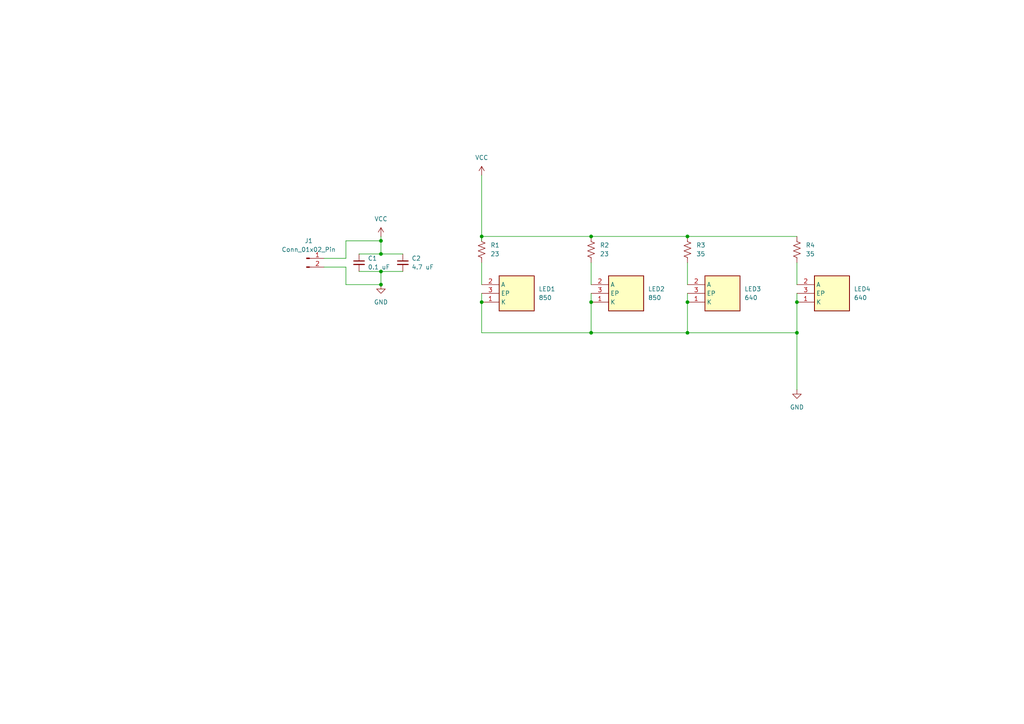
<source format=kicad_sch>
(kicad_sch (version 20231120) (generator "eeschema") (generator_version "8.0")
  (paper "A4")
  (lib_symbols
    (symbol "Connector:Conn_01x02_Pin" (pin_names (offset 1.016) hide)
      (property "Reference" "J" (at 0 2.54 0))
      (property "Value" "Conn_01x02_Pin" (at 0 -5.08 0))
      (symbol "Conn_01x02_Pin_1_1"
        (polyline (pts (xy 1.27 -2.54) (xy 0.8636 -2.54)) (stroke (width 0.1524)))
        (polyline (pts (xy 1.27 0) (xy 0.8636 0)) (stroke (width 0.1524)))
        (rectangle (start 0.8636 -2.413) (end 0 -2.667) (stroke (width 0.1524)) (fill (type outline)))
        (rectangle (start 0.8636 0.127) (end 0 -0.127) (stroke (width 0.1524)) (fill (type outline)))
        (pin passive line (at 5.08 0 180) (length 3.81) (name "Pin_1") (number "1"))
        (pin passive line (at 5.08 -2.54 180) (length 3.81) (name "Pin_2") (number "2"))
      )
    )
    (symbol "Device:C_Small" (pin_numbers hide) (pin_names (offset 0.254) hide)
      (property "Reference" "C" (at 0.254 1.778 0))
      (property "Value" "C_Small" (at 0.254 -2.032 0))
      (symbol "C_Small_0_1"
        (polyline (pts (xy -1.524 -0.508) (xy 1.524 -0.508)) (stroke (width 0.3302)))
        (polyline (pts (xy -1.524 0.508) (xy 1.524 0.508)) (stroke (width 0.3048)))
      )
      (symbol "C_Small_1_1"
        (pin passive line (at 0 2.54 270) (length 2.032) (name "~") (number "1"))
        (pin passive line (at 0 -2.54 90) (length 2.032) (name "~") (number "2"))
      )
    )
    (symbol "Device:R_US" (pin_numbers hide) (pin_names (offset 0))
      (property "Reference" "R" (at 2.54 0 90))
      (property "Value" "R_US" (at -2.54 0 90))
      (symbol "R_US_0_1"
        (polyline (pts (xy 0 -2.286) (xy 0 -2.54)))
        (polyline (pts (xy 0 2.286) (xy 0 2.54)))
        (polyline (pts (xy 0 -0.762) (xy 1.016 -1.143) (xy 0 -1.524) (xy -1.016 -1.905) (xy 0 -2.286)))
        (polyline (pts (xy 0 0.762) (xy 1.016 0.381) (xy 0 0) (xy -1.016 -0.381) (xy 0 -0.762)))
        (polyline (pts (xy 0 2.286) (xy 1.016 1.905) (xy 0 1.524) (xy -1.016 1.143) (xy 0 0.762)))
      )
      (symbol "R_US_1_1"
        (pin passive line (at 0 3.81 270) (length 1.27) (name "~") (number "1"))
        (pin passive line (at 0 -3.81 90) (length 1.27) (name "~") (number "2"))
      )
    )
    (symbol "Luminus 850 nm LED:SST-10-IR-B90-K850-00"
      (property "Reference" "LED" (at 16.51 7.62 0))
      (property "Value" "SST-10-IR-B90-K850-00" (at 16.51 5.08 0))
      (symbol "SST-10-IR-B90-K850-00_1_1"
        (rectangle (start 5.08 2.54) (end 15.24 -7.62) (stroke (width 0.254)) (fill (type background)))
        (pin passive line (at 0 -5.08 0) (length 5.08) (name "K") (number "1"))
        (pin passive line (at 0 0 0) (length 5.08) (name "A") (number "2"))
        (pin passive line (at 0 -2.54 0) (length 5.08) (name "EP") (number "3"))
      )
    )
    (symbol "power:GND" (power) (pin_numbers hide) (pin_names (offset 0) hide)
      (property "Value" "GND" (at 0 -3.81 0))
      (symbol "GND_0_1"
        (polyline (pts (xy 0 0) (xy 0 -1.27) (xy 1.27 -1.27) (xy 0 -2.54) (xy -1.27 -1.27) (xy 0 -1.27)))
      )
      (symbol "GND_1_1"
        (pin power_in line (at 0 0 270) (length 0) (name "~") (number "1"))
      )
    )
    (symbol "power:VCC" (power) (pin_numbers hide) (pin_names (offset 0) hide)
      (property "Value" "VCC" (at 0 3.556 0))
      (symbol "VCC_0_1"
        (polyline (pts (xy -0.762 1.27) (xy 0 2.54)))
        (polyline (pts (xy 0 0) (xy 0 2.54)))
        (polyline (pts (xy 0 2.54) (xy 0.762 1.27)))
      )
      (symbol "VCC_1_1"
        (pin power_in line (at 0 0 90) (length 0) (name "~") (number "1"))
      )
    )
  )
  (junction (at 110.49 78.74))
  (junction (at 139.7 87.63))
  (junction (at 199.39 96.52))
  (junction (at 110.49 82.55))
  (junction (at 231.14 87.63))
  (junction (at 110.49 73.66))
  (junction (at 171.45 68.58))
  (junction (at 171.45 96.52))
  (junction (at 139.7 68.58))
  (junction (at 231.14 96.52))
  (junction (at 110.49 69.85))
  (junction (at 199.39 68.58))
  (junction (at 199.39 87.63))
  (junction (at 171.45 87.63))
  (wire (pts (xy 93.98 77.47) (xy 100.33 77.47)))
  (wire (pts (xy 110.49 78.74) (xy 116.84 78.74)))
  (wire (pts (xy 110.49 69.85) (xy 110.49 73.66)))
  (wire (pts (xy 199.39 76.2) (xy 199.39 82.55)))
  (wire (pts (xy 171.45 68.58) (xy 199.39 68.58)))
  (wire (pts (xy 139.7 69.85) (xy 139.7 68.58)))
  (wire (pts (xy 110.49 69.85) (xy 110.49 68.58)))
  (wire (pts (xy 231.14 96.52) (xy 199.39 96.52)))
  (wire (pts (xy 139.7 85.09) (xy 139.7 87.63)))
  (wire (pts (xy 231.14 85.09) (xy 231.14 87.63)))
  (wire (pts (xy 231.14 76.2) (xy 231.14 82.55)))
  (wire (pts (xy 110.49 78.74) (xy 110.49 82.55)))
  (wire (pts (xy 139.7 96.52) (xy 171.45 96.52)))
  (wire (pts (xy 93.98 74.93) (xy 100.33 74.93)))
  (wire (pts (xy 100.33 69.85) (xy 100.33 74.93)))
  (wire (pts (xy 171.45 96.52) (xy 199.39 96.52)))
  (wire (pts (xy 100.33 77.47) (xy 100.33 82.55)))
  (wire (pts (xy 100.33 69.85) (xy 110.49 69.85)))
  (wire (pts (xy 139.7 50.8) (xy 139.7 68.58)))
  (wire (pts (xy 104.14 78.74) (xy 110.49 78.74)))
  (wire (pts (xy 231.14 96.52) (xy 231.14 113.03)))
  (wire (pts (xy 110.49 73.66) (xy 116.84 73.66)))
  (wire (pts (xy 100.33 82.55) (xy 110.49 82.55)))
  (wire (pts (xy 199.39 85.09) (xy 199.39 87.63)))
  (wire (pts (xy 104.14 73.66) (xy 110.49 73.66)))
  (wire (pts (xy 231.14 87.63) (xy 231.14 96.52)))
  (wire (pts (xy 199.39 68.58) (xy 231.14 68.58)))
  (wire (pts (xy 139.7 68.58) (xy 171.45 68.58)))
  (wire (pts (xy 171.45 76.2) (xy 171.45 82.55)))
  (wire (pts (xy 139.7 76.2) (xy 139.7 82.55)))
  (wire (pts (xy 199.39 87.63) (xy 199.39 96.52)))
  (wire (pts (xy 139.7 87.63) (xy 139.7 96.52)))
  (wire (pts (xy 171.45 85.09) (xy 171.45 87.63)))
  (wire (pts (xy 171.45 87.63) (xy 171.45 96.52)))
  (symbol (lib_id "power:VCC") (at 139.7 50.8 0) (unit 1)
    (property "Reference" "#PWR04" (effects (hide yes)))
    (property "Value" "VCC" (at 139.7 45.72 0))
    (property "Description" "Power symbol creates a global label with name \"VCC\"" (effects (hide yes)))
  )
  (symbol (lib_id "Device:C_Small") (at 104.14 76.2 0) (unit 1)
    (property "Reference" "C1" (at 106.68 74.9362 0) (effects (justify left)))
    (property "Value" "0.1 uF" (at 106.68 77.4762 0) (effects (justify left)))
    (property "Footprint" "Capacitor_SMD:C_0402_1005Metric_Pad0.74x0.62mm_HandSolder" (effects (hide yes)))
    (property "Description" "Unpolarized capacitor, small symbol" (effects (hide yes)))
  )
  (symbol (lib_id "Device:R_US") (at 139.7 72.39 0) (unit 1)
    (property "Reference" "R1" (at 142.24 71.1199 0) (effects (justify left)))
    (property "Value" "23" (at 142.24 73.6599 0) (effects (justify left)))
    (property "Footprint" "Resistor_THT:R_Axial_DIN0614_L14.3mm_D5.7mm_P25.40mm_Horizontal" (effects (hide yes)))
    (property "Description" "Resistor, US symbol" (effects (hide yes)))
  )
  (symbol (lib_id "Device:C_Small") (at 116.84 76.2 0) (unit 1)
    (property "Reference" "C2" (at 119.38 74.9362 0) (effects (justify left)))
    (property "Value" "4.7 uF" (at 119.38 77.4762 0) (effects (justify left)))
    (property "Footprint" "Capacitor_SMD:C_0402_1005Metric_Pad0.74x0.62mm_HandSolder" (effects (hide yes)))
    (property "Description" "Unpolarized capacitor, small symbol" (effects (hide yes)))
  )
  (symbol (lib_id "power:GND") (at 231.14 113.03 0) (unit 1)
    (property "Reference" "#PWR03" (effects (hide yes)))
    (property "Value" "GND" (at 231.14 118.11 0))
    (property "Description" "Power symbol creates a global label with name \"GND\" , ground" (effects (hide yes)))
  )
  (symbol (lib_id "Device:R_US") (at 171.45 72.39 0) (unit 1)
    (property "Reference" "R2" (at 173.99 71.1199 0) (effects (justify left)))
    (property "Value" "23" (at 173.99 73.6599 0) (effects (justify left)))
    (property "Footprint" "Resistor_THT:R_Axial_DIN0614_L14.3mm_D5.7mm_P25.40mm_Horizontal" (effects (hide yes)))
    (property "Description" "Resistor, US symbol" (effects (hide yes)))
  )
  (symbol (lib_id "power:GND") (at 110.49 82.55 0) (unit 1)
    (property "Reference" "#PWR02" (effects (hide yes)))
    (property "Value" "GND" (at 110.49 87.63 0))
    (property "Description" "Power symbol creates a global label with name \"GND\" , ground" (effects (hide yes)))
  )
  (symbol (lib_id "Luminus 850 nm LED:SST-10-IR-B90-K850-00") (at 139.7 82.55 0) (unit 1)
    (property "Reference" "LED1" (at 156.21 83.8199 0) (effects (justify left)))
    (property "Value" "850" (at 156.21 86.3599 0) (effects (justify left)))
    (property "Footprint" "KiCad:SST10IRB90K85000" (effects (hide yes)))
    (property "Datasheet" "https://download.luminus.com/datasheets/Luminus_SST-10-IR_Datasheet.pdf" (effects (hide yes)))
    (property "Description" "Infrared Emitters - High Power Infared LED 850nm" (effects (hide yes)))
    (property "Height" "2.03" (effects (hide yes)))
    (property "Mouser Part Number" "896-SST10IRB90K85000" (effects (hide yes)))
    (property "Mouser Price/Stock" "https://www.mouser.co.uk/ProductDetail/Luminus-Devices/SST-10-IR-B90-K850-00?qs=nFovR%252B4R4UN%2Few69BO8yfQ%3D%3D" (effects (hide yes)))
    (property "Manufacturer_Name" "Luminus Devices Inc." (effects (hide yes)))
    (property "Manufacturer_Part_Number" "SST-10-IR-B90-K850-00" (effects (hide yes)))
  )
  (symbol (lib_id "Luminus 850 nm LED:SST-10-IR-B90-K850-00") (at 199.39 82.55 0) (unit 1)
    (property "Reference" "LED3" (at 215.9 83.8199 0) (effects (justify left)))
    (property "Value" "640" (at 215.9 86.3599 0) (effects (justify left)))
    (property "Footprint" "KiCad:SST10IRB90K85000" (effects (hide yes)))
    (property "Datasheet" "https://download.luminus.com/datasheets/Luminus_SST-10-IR_Datasheet.pdf" (effects (hide yes)))
    (property "Description" "Infrared Emitters - High Power Infared LED 850nm" (effects (hide yes)))
    (property "Height" "2.03" (effects (hide yes)))
    (property "Mouser Part Number" "896-SST10IRB90K85000" (effects (hide yes)))
    (property "Mouser Price/Stock" "https://www.mouser.co.uk/ProductDetail/Luminus-Devices/SST-10-IR-B90-K850-00?qs=nFovR%252B4R4UN%2Few69BO8yfQ%3D%3D" (effects (hide yes)))
    (property "Manufacturer_Name" "Luminus Devices Inc." (effects (hide yes)))
    (property "Manufacturer_Part_Number" "SST-10-IR-B90-K850-00" (effects (hide yes)))
  )
  (symbol (lib_id "Luminus 850 nm LED:SST-10-IR-B90-K850-00") (at 171.45 82.55 0) (unit 1)
    (property "Reference" "LED2" (at 187.96 83.8199 0) (effects (justify left)))
    (property "Value" "850" (at 187.96 86.3599 0) (effects (justify left)))
    (property "Footprint" "KiCad:SST10IRB90K85000" (effects (hide yes)))
    (property "Datasheet" "https://download.luminus.com/datasheets/Luminus_SST-10-IR_Datasheet.pdf" (effects (hide yes)))
    (property "Description" "Infrared Emitters - High Power Infared LED 850nm" (effects (hide yes)))
    (property "Height" "2.03" (effects (hide yes)))
    (property "Mouser Part Number" "896-SST10IRB90K85000" (effects (hide yes)))
    (property "Mouser Price/Stock" "https://www.mouser.co.uk/ProductDetail/Luminus-Devices/SST-10-IR-B90-K850-00?qs=nFovR%252B4R4UN%2Few69BO8yfQ%3D%3D" (effects (hide yes)))
    (property "Manufacturer_Name" "Luminus Devices Inc." (effects (hide yes)))
    (property "Manufacturer_Part_Number" "SST-10-IR-B90-K850-00" (effects (hide yes)))
  )
  (symbol (lib_id "Device:R_US") (at 231.14 72.39 0) (unit 1)
    (property "Reference" "R4" (at 233.68 71.1199 0) (effects (justify left)))
    (property "Value" "35" (at 233.68 73.6599 0) (effects (justify left)))
    (property "Footprint" "Resistor_THT:R_Axial_DIN0614_L14.3mm_D5.7mm_P25.40mm_Horizontal" (effects (hide yes)))
    (property "Description" "Resistor, US symbol" (effects (hide yes)))
  )
  (symbol (lib_id "power:VCC") (at 110.49 68.58 0) (unit 1)
    (property "Reference" "#PWR01" (effects (hide yes)))
    (property "Value" "VCC" (at 110.49 63.5 0))
    (property "Description" "Power symbol creates a global label with name \"VCC\"" (effects (hide yes)))
  )
  (symbol (lib_id "Device:R_US") (at 199.39 72.39 0) (unit 1)
    (property "Reference" "R3" (at 201.93 71.1199 0) (effects (justify left)))
    (property "Value" "35" (at 201.93 73.6599 0) (effects (justify left)))
    (property "Footprint" "Resistor_THT:R_Axial_DIN0614_L14.3mm_D5.7mm_P25.40mm_Horizontal" (effects (hide yes)))
    (property "Description" "Resistor, US symbol" (effects (hide yes)))
  )
  (symbol (lib_id "Connector:Conn_01x02_Pin") (at 88.9 74.93 0) (unit 1)
    (property "Reference" "J1" (at 89.535 69.85 0))
    (property "Value" "Conn_01x02_Pin" (at 89.535 72.39 0))
    (property "Footprint" "Connector_PinSocket_2.54mm:PinSocket_1x02_P2.54mm_Vertical" (effects (hide yes)))
    (property "Description" "Generic connector, single row, 01x02, script generated" (effects (hide yes)))
  )
  (symbol (lib_id "Luminus 850 nm LED:SST-10-IR-B90-K850-00") (at 231.14 82.55 0) (unit 1)
    (property "Reference" "LED4" (at 247.65 83.8199 0) (effects (justify left)))
    (property "Value" "640" (at 247.65 86.3599 0) (effects (justify left)))
    (property "Footprint" "KiCad:SST10IRB90K85000" (effects (hide yes)))
    (property "Datasheet" "https://download.luminus.com/datasheets/Luminus_SST-10-IR_Datasheet.pdf" (effects (hide yes)))
    (property "Description" "Infrared Emitters - High Power Infared LED 850nm" (effects (hide yes)))
    (property "Height" "2.03" (effects (hide yes)))
    (property "Mouser Part Number" "896-SST10IRB90K85000" (effects (hide yes)))
    (property "Mouser Price/Stock" "https://www.mouser.co.uk/ProductDetail/Luminus-Devices/SST-10-IR-B90-K850-00?qs=nFovR%252B4R4UN%2Few69BO8yfQ%3D%3D" (effects (hide yes)))
    (property "Manufacturer_Name" "Luminus Devices Inc." (effects (hide yes)))
    (property "Manufacturer_Part_Number" "SST-10-IR-B90-K850-00" (effects (hide yes)))
  )
)
</source>
